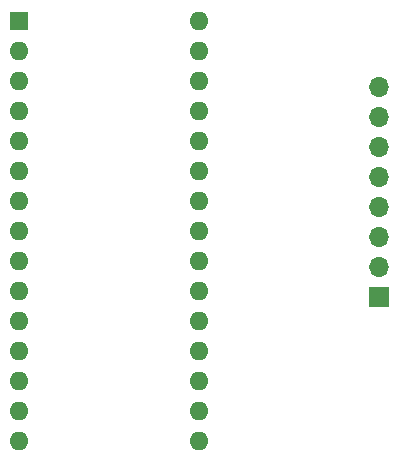
<source format=gbr>
%TF.GenerationSoftware,KiCad,Pcbnew,8.0.4*%
%TF.CreationDate,2024-08-26T17:47:24-03:00*%
%TF.ProjectId,IMU com arduino,494d5520-636f-46d2-9061-726475696e6f,rev?*%
%TF.SameCoordinates,Original*%
%TF.FileFunction,Copper,L1,Top*%
%TF.FilePolarity,Positive*%
%FSLAX46Y46*%
G04 Gerber Fmt 4.6, Leading zero omitted, Abs format (unit mm)*
G04 Created by KiCad (PCBNEW 8.0.4) date 2024-08-26 17:47:24*
%MOMM*%
%LPD*%
G01*
G04 APERTURE LIST*
%TA.AperFunction,ComponentPad*%
%ADD10R,1.700000X1.700000*%
%TD*%
%TA.AperFunction,ComponentPad*%
%ADD11O,1.700000X1.700000*%
%TD*%
%TA.AperFunction,ComponentPad*%
%ADD12O,1.600000X1.600000*%
%TD*%
%TA.AperFunction,ComponentPad*%
%ADD13R,1.600000X1.600000*%
%TD*%
%TA.AperFunction,Conductor*%
%ADD14C,0.200000*%
%TD*%
G04 APERTURE END LIST*
D10*
%TO.P,J1,1,Pin_1*%
%TO.N,Net-(A1-D2)*%
X96520000Y-48260000D03*
D11*
%TO.P,J1,2,Pin_2*%
%TO.N,unconnected-(J1-Pin_2-Pad2)*%
X96520000Y-45720000D03*
%TO.P,J1,3,Pin_3*%
%TO.N,unconnected-(J1-Pin_3-Pad3)*%
X96520000Y-43180000D03*
%TO.P,J1,4,Pin_4*%
%TO.N,Net-(A1-A4)*%
X96520000Y-40640000D03*
%TO.P,J1,5,Pin_5*%
%TO.N,Net-(A1-A5)*%
X96520000Y-38100000D03*
%TO.P,J1,6,Pin_6*%
%TO.N,GND*%
X96520000Y-35560000D03*
%TO.P,J1,7,Pin_7*%
%TO.N,unconnected-(J1-Pin_7-Pad7)*%
X96520000Y-33020000D03*
%TO.P,J1,8,Pin_8*%
%TO.N,Net-(A1-+5V)*%
X96520000Y-30480000D03*
%TD*%
D12*
%TO.P,A1,30,VIN*%
%TO.N,unconnected-(A1-VIN-Pad30)*%
X81280000Y-24892000D03*
%TO.P,A1,29,GND*%
%TO.N,unconnected-(A1-GND-Pad29)*%
X81280000Y-27432000D03*
%TO.P,A1,28,~{RESET}*%
%TO.N,unconnected-(A1-~{RESET}-Pad28)*%
X81280000Y-29972000D03*
%TO.P,A1,27,+5V*%
%TO.N,Net-(A1-+5V)*%
X81280000Y-32512000D03*
%TO.P,A1,26,A7*%
%TO.N,unconnected-(A1-A7-Pad26)*%
X81280000Y-35052000D03*
%TO.P,A1,25,A6*%
%TO.N,unconnected-(A1-A6-Pad25)*%
X81280000Y-37592000D03*
%TO.P,A1,24,A5*%
%TO.N,Net-(A1-A5)*%
X81280000Y-40132000D03*
%TO.P,A1,23,A4*%
%TO.N,Net-(A1-A4)*%
X81280000Y-42672000D03*
%TO.P,A1,22,A3*%
%TO.N,unconnected-(A1-A3-Pad22)*%
X81280000Y-45212000D03*
%TO.P,A1,21,A2*%
%TO.N,unconnected-(A1-A2-Pad21)*%
X81280000Y-47752000D03*
%TO.P,A1,20,A1*%
%TO.N,unconnected-(A1-A1-Pad20)*%
X81280000Y-50292000D03*
%TO.P,A1,19,A0*%
%TO.N,unconnected-(A1-A0-Pad19)*%
X81280000Y-52832000D03*
%TO.P,A1,18,AREF*%
%TO.N,unconnected-(A1-AREF-Pad18)*%
X81280000Y-55372000D03*
%TO.P,A1,17,3V3*%
%TO.N,unconnected-(A1-3V3-Pad17)*%
X81280000Y-57912000D03*
%TO.P,A1,16,D13*%
%TO.N,unconnected-(A1-D13-Pad16)*%
X81280000Y-60452000D03*
%TO.P,A1,15,D12*%
%TO.N,unconnected-(A1-D12-Pad15)*%
X66040000Y-60452000D03*
%TO.P,A1,14,D11*%
%TO.N,unconnected-(A1-D11-Pad14)*%
X66040000Y-57912000D03*
%TO.P,A1,13,D10*%
%TO.N,unconnected-(A1-D10-Pad13)*%
X66040000Y-55372000D03*
%TO.P,A1,12,D9*%
%TO.N,unconnected-(A1-D9-Pad12)*%
X66040000Y-52832000D03*
%TO.P,A1,11,D8*%
%TO.N,unconnected-(A1-D8-Pad11)*%
X66040000Y-50292000D03*
%TO.P,A1,10,D7*%
%TO.N,unconnected-(A1-D7-Pad10)*%
X66040000Y-47752000D03*
%TO.P,A1,9,D6*%
%TO.N,unconnected-(A1-D6-Pad9)*%
X66040000Y-45212000D03*
%TO.P,A1,8,D5*%
%TO.N,unconnected-(A1-D5-Pad8)*%
X66040000Y-42672000D03*
%TO.P,A1,7,D4*%
%TO.N,unconnected-(A1-D4-Pad7)*%
X66040000Y-40132000D03*
%TO.P,A1,6,D3*%
%TO.N,unconnected-(A1-D3-Pad6)*%
X66040000Y-37592000D03*
%TO.P,A1,5,D2*%
%TO.N,Net-(A1-D2)*%
X66040000Y-35052000D03*
%TO.P,A1,4,GND*%
%TO.N,GND*%
X66040000Y-32512000D03*
%TO.P,A1,3,~{RESET}*%
%TO.N,unconnected-(A1-~{RESET}-Pad3)*%
X66040000Y-29972000D03*
%TO.P,A1,2,D0/RX*%
%TO.N,unconnected-(A1-D0{slash}RX-Pad2)*%
X66040000Y-27432000D03*
D13*
%TO.P,A1,1,D1/TX*%
%TO.N,unconnected-(A1-D1{slash}TX-Pad1)*%
X66040000Y-24892000D03*
%TD*%
D14*
%TO.N,Net-(A1-A4)*%
X81788000Y-42672000D02*
X81280000Y-43180000D01*
%TD*%
M02*

</source>
